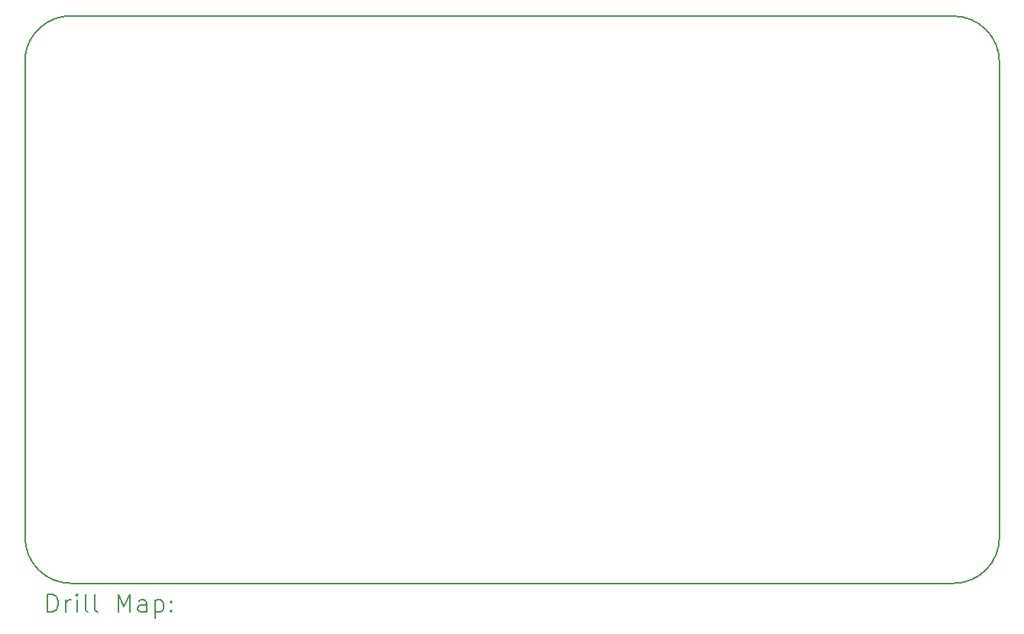
<source format=gbr>
%FSLAX45Y45*%
G04 Gerber Fmt 4.5, Leading zero omitted, Abs format (unit mm)*
G04 Created by KiCad (PCBNEW (6.0.2)) date 2022-03-13 16:00:55*
%MOMM*%
%LPD*%
G01*
G04 APERTURE LIST*
%TA.AperFunction,Profile*%
%ADD10C,0.150000*%
%TD*%
%ADD11C,0.200000*%
G04 APERTURE END LIST*
D10*
X20637500Y-13081000D02*
G75*
G03*
X21145500Y-12573000I0J508000D01*
G01*
X21145500Y-7302500D02*
G75*
G03*
X20637500Y-6794500I-508000J0D01*
G01*
X10858500Y-6790547D02*
G75*
G03*
X10350500Y-7239000I0J-511953D01*
G01*
X10350500Y-12573000D02*
G75*
G03*
X10858500Y-13081000I508000J0D01*
G01*
X10350500Y-12573000D02*
X10350500Y-7239000D01*
X20637500Y-13081000D02*
X10858500Y-13081000D01*
X21145500Y-7302500D02*
X21145500Y-12573000D01*
X10858500Y-6790547D02*
X20637500Y-6794500D01*
D11*
X10600619Y-13398976D02*
X10600619Y-13198976D01*
X10648238Y-13198976D01*
X10676810Y-13208500D01*
X10695857Y-13227548D01*
X10705381Y-13246595D01*
X10714905Y-13284690D01*
X10714905Y-13313262D01*
X10705381Y-13351357D01*
X10695857Y-13370405D01*
X10676810Y-13389452D01*
X10648238Y-13398976D01*
X10600619Y-13398976D01*
X10800619Y-13398976D02*
X10800619Y-13265643D01*
X10800619Y-13303738D02*
X10810143Y-13284690D01*
X10819667Y-13275167D01*
X10838714Y-13265643D01*
X10857762Y-13265643D01*
X10924429Y-13398976D02*
X10924429Y-13265643D01*
X10924429Y-13198976D02*
X10914905Y-13208500D01*
X10924429Y-13218024D01*
X10933952Y-13208500D01*
X10924429Y-13198976D01*
X10924429Y-13218024D01*
X11048238Y-13398976D02*
X11029190Y-13389452D01*
X11019667Y-13370405D01*
X11019667Y-13198976D01*
X11153000Y-13398976D02*
X11133952Y-13389452D01*
X11124429Y-13370405D01*
X11124429Y-13198976D01*
X11381571Y-13398976D02*
X11381571Y-13198976D01*
X11448238Y-13341833D01*
X11514905Y-13198976D01*
X11514905Y-13398976D01*
X11695857Y-13398976D02*
X11695857Y-13294214D01*
X11686333Y-13275167D01*
X11667286Y-13265643D01*
X11629190Y-13265643D01*
X11610143Y-13275167D01*
X11695857Y-13389452D02*
X11676809Y-13398976D01*
X11629190Y-13398976D01*
X11610143Y-13389452D01*
X11600619Y-13370405D01*
X11600619Y-13351357D01*
X11610143Y-13332309D01*
X11629190Y-13322786D01*
X11676809Y-13322786D01*
X11695857Y-13313262D01*
X11791095Y-13265643D02*
X11791095Y-13465643D01*
X11791095Y-13275167D02*
X11810143Y-13265643D01*
X11848238Y-13265643D01*
X11867286Y-13275167D01*
X11876809Y-13284690D01*
X11886333Y-13303738D01*
X11886333Y-13360881D01*
X11876809Y-13379928D01*
X11867286Y-13389452D01*
X11848238Y-13398976D01*
X11810143Y-13398976D01*
X11791095Y-13389452D01*
X11972048Y-13379928D02*
X11981571Y-13389452D01*
X11972048Y-13398976D01*
X11962524Y-13389452D01*
X11972048Y-13379928D01*
X11972048Y-13398976D01*
X11972048Y-13275167D02*
X11981571Y-13284690D01*
X11972048Y-13294214D01*
X11962524Y-13284690D01*
X11972048Y-13275167D01*
X11972048Y-13294214D01*
M02*

</source>
